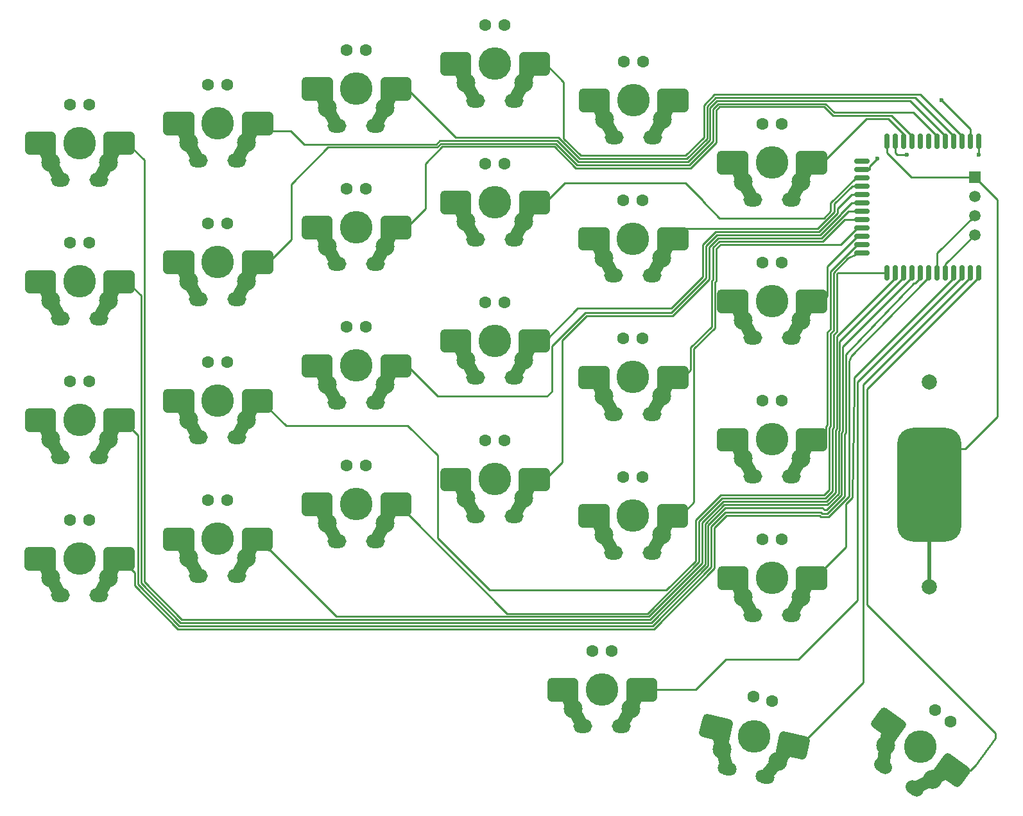
<source format=gtl>
G04*
G04 #@! TF.GenerationSoftware,Altium Limited,Altium Designer,23.0.1 (38)*
G04*
G04 Layer_Physical_Order=1*
G04 Layer_Color=255*
%FSLAX44Y44*%
%MOMM*%
G71*
G04*
G04 #@! TF.SameCoordinates,0B1D91C4-5DF2-49A7-A8E5-8765CD2E41FD*
G04*
G04*
G04 #@! TF.FilePolarity,Positive*
G04*
G01*
G75*
G04:AMPARAMS|DCode=11|XSize=0.7mm|YSize=2mm|CornerRadius=0.175mm|HoleSize=0mm|Usage=FLASHONLY|Rotation=270.000|XOffset=0mm|YOffset=0mm|HoleType=Round|Shape=RoundedRectangle|*
%AMROUNDEDRECTD11*
21,1,0.7000,1.6500,0,0,270.0*
21,1,0.3500,2.0000,0,0,270.0*
1,1,0.3500,-0.8250,-0.1750*
1,1,0.3500,-0.8250,0.1750*
1,1,0.3500,0.8250,0.1750*
1,1,0.3500,0.8250,-0.1750*
%
%ADD11ROUNDEDRECTD11*%
G04:AMPARAMS|DCode=12|XSize=0.7mm|YSize=2mm|CornerRadius=0.175mm|HoleSize=0mm|Usage=FLASHONLY|Rotation=0.000|XOffset=0mm|YOffset=0mm|HoleType=Round|Shape=RoundedRectangle|*
%AMROUNDEDRECTD12*
21,1,0.7000,1.6500,0,0,0.0*
21,1,0.3500,2.0000,0,0,0.0*
1,1,0.3500,0.1750,-0.8250*
1,1,0.3500,-0.1750,-0.8250*
1,1,0.3500,-0.1750,0.8250*
1,1,0.3500,0.1750,0.8250*
%
%ADD12ROUNDEDRECTD12*%
G04:AMPARAMS|DCode=13|XSize=15mm|YSize=8.5mm|CornerRadius=2.125mm|HoleSize=0mm|Usage=FLASHONLY|Rotation=90.000|XOffset=0mm|YOffset=0mm|HoleType=Round|Shape=RoundedRectangle|*
%AMROUNDEDRECTD13*
21,1,15.0000,4.2500,0,0,90.0*
21,1,10.7500,8.5000,0,0,90.0*
1,1,4.2500,2.1250,5.3750*
1,1,4.2500,2.1250,-5.3750*
1,1,4.2500,-2.1250,-5.3750*
1,1,4.2500,-2.1250,5.3750*
%
%ADD13ROUNDEDRECTD13*%
%ADD28C,1.7000*%
%ADD29C,1.1000*%
%ADD30C,0.2540*%
%ADD31C,0.5000*%
%ADD32C,1.6000*%
%ADD33C,1.0000*%
%ADD34C,4.3000*%
%ADD35C,2.0000*%
%ADD36C,2.5000*%
%ADD37O,2.5000X1.8000*%
G04:AMPARAMS|DCode=38|XSize=2.5mm|YSize=1.8mm|CornerRadius=0mm|HoleSize=0mm|Usage=FLASHONLY|Rotation=324.200|XOffset=0mm|YOffset=0mm|HoleType=Round|Shape=Round|*
%AMOVALD38*
21,1,0.7000,1.8000,0.0000,0.0000,324.2*
1,1,1.8000,-0.2839,0.2047*
1,1,1.8000,0.2839,-0.2047*
%
%ADD38OVALD38*%

G04:AMPARAMS|DCode=39|XSize=2.5mm|YSize=1.8mm|CornerRadius=0mm|HoleSize=0mm|Usage=FLASHONLY|Rotation=347.200|XOffset=0mm|YOffset=0mm|HoleType=Round|Shape=Round|*
%AMOVALD39*
21,1,0.7000,1.8000,0.0000,0.0000,347.2*
1,1,1.8000,-0.3413,0.0775*
1,1,1.8000,0.3413,-0.0775*
%
%ADD39OVALD39*%

%ADD40R,1.5000X1.5000*%
%ADD41C,1.5000*%
%ADD42C,0.6000*%
D11*
X1133754Y849497D02*
D03*
Y827497D02*
D03*
Y838497D02*
D03*
Y805497D02*
D03*
Y816497D02*
D03*
Y882497D02*
D03*
Y904497D02*
D03*
Y915497D02*
D03*
Y926497D02*
D03*
Y893497D02*
D03*
Y860497D02*
D03*
Y871497D02*
D03*
D12*
X1287754Y778997D02*
D03*
X1210754D02*
D03*
X1265754D02*
D03*
X1254754D02*
D03*
X1243754D02*
D03*
X1232754D02*
D03*
X1221754D02*
D03*
X1199754D02*
D03*
X1188754D02*
D03*
X1177754D02*
D03*
X1166754D02*
D03*
X1276754D02*
D03*
X1265754Y952997D02*
D03*
X1188754D02*
D03*
X1276754D02*
D03*
X1177754D02*
D03*
X1199754D02*
D03*
X1210754D02*
D03*
X1221754D02*
D03*
X1232754D02*
D03*
X1243754D02*
D03*
X1254754D02*
D03*
X1166754D02*
D03*
X1287754D02*
D03*
D13*
X1222500Y500000D02*
D03*
D28*
X687105Y847052D02*
X699805Y872452D01*
X598205D02*
X610905Y847052D01*
X674405Y823684D02*
X687105Y847052D01*
X610905D02*
X623605Y823684D01*
X428410Y996861D02*
X441110Y973493D01*
X491909D02*
X504609Y996861D01*
X415709Y1022261D02*
X428410Y996861D01*
X504609D02*
X517309Y1022261D01*
X869949Y981684D02*
X882649Y1007084D01*
X781049D02*
X793749Y981684D01*
X857249Y958316D02*
X869949Y981684D01*
X793749D02*
X806449Y958316D01*
X1161354Y129394D02*
X1164723Y155775D01*
X1202556Y99678D02*
X1226526Y111202D01*
X1164723Y155775D02*
X1169280Y183806D01*
X1226526Y111202D02*
X1251684Y124374D01*
X1022875Y134565D02*
X1040886Y156520D01*
X941811Y179030D02*
X948568Y151447D01*
X1005313Y114592D02*
X1022875Y134565D01*
X948568Y151447D02*
X955776Y125846D01*
X752400Y204600D02*
X765100Y181232D01*
X815900D02*
X828600Y204600D01*
X739700Y230000D02*
X752400Y204600D01*
X828600D02*
X841300Y230000D01*
X1052758Y351564D02*
X1065458Y376964D01*
X963858D02*
X976558Y351564D01*
X1040058Y328196D02*
X1052758Y351564D01*
X976558D02*
X989258Y328196D01*
X62930Y377324D02*
X75630Y353956D01*
X126430D02*
X139130Y377324D01*
X50230Y402724D02*
X62930Y377324D01*
X139130D02*
X151830Y402724D01*
X139186Y559953D02*
X151886Y585353D01*
X50286D02*
X62986Y559953D01*
X126486Y536585D02*
X139186Y559953D01*
X62986D02*
X75686Y536585D01*
X63043Y742582D02*
X75743Y719214D01*
X126543D02*
X139243Y742582D01*
X50343Y767982D02*
X63043Y742582D01*
X139243D02*
X151943Y767982D01*
X139299Y925211D02*
X151999Y950611D01*
X50399D02*
X63099Y925211D01*
X126599Y901843D02*
X139299Y925211D01*
X63099D02*
X75799Y901843D01*
X245560Y402999D02*
X258260Y379631D01*
X309060D02*
X321760Y402999D01*
X232860Y428399D02*
X245560Y402999D01*
X321760D02*
X334460Y428399D01*
X504400Y448974D02*
X517100Y474374D01*
X415500D02*
X428200Y448974D01*
X491700Y425606D02*
X504400Y448974D01*
X428200D02*
X440900Y425606D01*
X245600Y585629D02*
X258300Y562261D01*
X309100D02*
X321800Y585629D01*
X232900Y611029D02*
X245600Y585629D01*
X321800D02*
X334500Y611029D01*
X1052661Y534209D02*
X1065361Y559609D01*
X963761D02*
X976461Y534209D01*
X1039961Y510841D02*
X1052661Y534209D01*
X976461D02*
X989161Y510841D01*
X976517Y716838D02*
X989217Y693470D01*
X1040017D02*
X1052717Y716838D01*
X963817Y742238D02*
X976517Y716838D01*
X1052717D02*
X1065417Y742238D01*
X687048Y664423D02*
X699748Y689823D01*
X598148D02*
X610848Y664423D01*
X674348Y641055D02*
X687048Y664423D01*
X610848D02*
X623548Y641055D01*
X793489Y799055D02*
X806189Y775687D01*
X856989D02*
X869689Y799055D01*
X780789Y824455D02*
X793489Y799055D01*
X869689D02*
X882389Y824455D01*
X321900Y950887D02*
X334600Y976287D01*
X233000D02*
X245700Y950887D01*
X309200Y927519D02*
X321900Y950887D01*
X245700D02*
X258400Y927519D01*
X245700Y768258D02*
X258400Y744890D01*
X309200D02*
X321900Y768258D01*
X233000Y793658D02*
X245700Y768258D01*
X321900D02*
X334600Y793658D01*
X504553Y814232D02*
X517253Y839632D01*
X415653D02*
X428353Y814232D01*
X491853Y790864D02*
X504553Y814232D01*
X428353D02*
X441053Y790864D01*
X976452Y899467D02*
X989152Y876099D01*
X1039952D02*
X1052652Y899467D01*
X963752Y924867D02*
X976452Y899467D01*
X1052652D02*
X1065352Y924867D01*
X687161Y1029681D02*
X699861Y1055081D01*
X598261D02*
X610961Y1029681D01*
X674461Y1006313D02*
X687161Y1029681D01*
X610961D02*
X623661Y1006313D01*
X610792Y481794D02*
X623492Y458426D01*
X674292D02*
X686992Y481794D01*
X598092Y507194D02*
X610792Y481794D01*
X686992D02*
X699692Y507194D01*
X869633Y616426D02*
X882333Y641826D01*
X780733D02*
X793433Y616426D01*
X856933Y593058D02*
X869633Y616426D01*
X793433D02*
X806133Y593058D01*
X793377Y433797D02*
X806077Y410429D01*
X856877D02*
X869577Y433797D01*
X780677Y459197D02*
X793377Y433797D01*
X869577D02*
X882277Y459197D01*
X504497Y631603D02*
X517197Y657003D01*
X415597D02*
X428297Y631603D01*
X491797Y608235D02*
X504497Y631603D01*
X428297D02*
X440997Y608235D01*
D29*
X582005Y862452D02*
Y882452D01*
Y872452D02*
X598205D01*
X582005Y862452D02*
X606005D01*
X612005Y853452D02*
Y882452D01*
X582005D02*
X612005D01*
X716005Y862452D02*
Y882452D01*
X699805Y872452D02*
X716005D01*
X692005Y862452D02*
X716005D01*
X686005Y853452D02*
Y882452D01*
X716005D01*
X503509Y1032261D02*
X533509D01*
X503509Y1003261D02*
Y1032261D01*
X509510Y1012261D02*
X533509D01*
X517309Y1022261D02*
X533509D01*
Y1012261D02*
Y1032261D01*
X399510D02*
X429510D01*
Y1003261D02*
Y1032261D01*
X399510Y1012261D02*
X423509D01*
X399510Y1022261D02*
X415709D01*
X399510Y1012261D02*
Y1032261D01*
X764849Y997084D02*
Y1017084D01*
Y1007084D02*
X781049D01*
X764849Y997084D02*
X788849D01*
X794849Y988084D02*
Y1017084D01*
X764849D02*
X794849D01*
X898849Y997084D02*
Y1017084D01*
X882649Y1007084D02*
X898849D01*
X874849Y997084D02*
X898849D01*
X868849Y988084D02*
Y1017084D01*
X898849D01*
X1246341Y140557D02*
X1270673Y123008D01*
X1229378Y117036D02*
X1246341Y140557D01*
X1239509Y120826D02*
X1258974Y106787D01*
X1251684Y124374D02*
X1264824Y114897D01*
X1258974Y106787D02*
X1270673Y123008D01*
X1161991Y201392D02*
X1186323Y183844D01*
X1169359Y160323D02*
X1186323Y183844D01*
X1150292Y185171D02*
X1169757Y171132D01*
X1156141Y193282D02*
X1169280Y183806D01*
X1150292Y185171D02*
X1161991Y201392D01*
X923798Y172867D02*
X928229Y192370D01*
X926014Y182619D02*
X941811Y179030D01*
X923798Y172867D02*
X947202Y167550D01*
X951059Y157444D02*
X957484Y185724D01*
X928229Y192370D02*
X957484Y185724D01*
X1054468Y143180D02*
X1058899Y162683D01*
X1040886Y156520D02*
X1056684Y152931D01*
X1031065Y148497D02*
X1054468Y143180D01*
X1023220Y141050D02*
X1029645Y169329D01*
X1058899Y162683D01*
X827500Y240000D02*
X857500D01*
X827500Y211000D02*
Y240000D01*
X833500Y220000D02*
X857500D01*
X841300Y230000D02*
X857500D01*
Y220000D02*
Y240000D01*
X723500D02*
X753500D01*
Y211000D02*
Y240000D01*
X723500Y220000D02*
X747500D01*
X723500Y230000D02*
X739700D01*
X723500Y220000D02*
Y240000D01*
X947658Y366964D02*
Y386964D01*
Y376964D02*
X963858D01*
X947658Y366964D02*
X971658D01*
X977658Y357964D02*
Y386964D01*
X947658D02*
X977658D01*
X1081658Y366964D02*
Y386964D01*
X1065458Y376964D02*
X1081658D01*
X1057658Y366964D02*
X1081658D01*
X1051658Y357964D02*
Y386964D01*
X1081658D01*
X138030Y412724D02*
X168030D01*
X138030Y383724D02*
Y412724D01*
X144030Y392724D02*
X168030D01*
X151830Y402724D02*
X168030D01*
Y392724D02*
Y412724D01*
X34030D02*
X64030D01*
Y383724D02*
Y412724D01*
X34030Y392724D02*
X58030D01*
X34030Y402724D02*
X50230D01*
X34030Y392724D02*
Y412724D01*
X34086Y575353D02*
Y595353D01*
Y585353D02*
X50286D01*
X34086Y575353D02*
X58086D01*
X64086Y566353D02*
Y595353D01*
X34086D02*
X64086D01*
X168086Y575353D02*
Y595353D01*
X151886Y585353D02*
X168086D01*
X144086Y575353D02*
X168086D01*
X138086Y566353D02*
Y595353D01*
X168086D01*
X138143Y777982D02*
X168143D01*
X138143Y748982D02*
Y777982D01*
X144143Y757982D02*
X168143D01*
X151943Y767982D02*
X168143D01*
Y757982D02*
Y777982D01*
X34143D02*
X64143D01*
Y748982D02*
Y777982D01*
X34143Y757982D02*
X58143D01*
X34143Y767982D02*
X50343D01*
X34143Y757982D02*
Y777982D01*
X34199Y940611D02*
Y960611D01*
Y950611D02*
X50399D01*
X34199Y940611D02*
X58199D01*
X64199Y931611D02*
Y960611D01*
X34199D02*
X64199D01*
X168199Y940611D02*
Y960611D01*
X151999Y950611D02*
X168199D01*
X144199Y940611D02*
X168199D01*
X138199Y931611D02*
Y960611D01*
X168199D01*
X320660Y438399D02*
X350660D01*
X320660Y409399D02*
Y438399D01*
X326660Y418399D02*
X350660D01*
X334460Y428399D02*
X350660D01*
Y418399D02*
Y438399D01*
X216660D02*
X246660D01*
Y409399D02*
Y438399D01*
X216660Y418399D02*
X240660D01*
X216660Y428399D02*
X232860D01*
X216660Y418399D02*
Y438399D01*
X399300Y464374D02*
Y484374D01*
Y474374D02*
X415500D01*
X399300Y464374D02*
X423300D01*
X429300Y455373D02*
Y484374D01*
X399300D02*
X429300D01*
X533300Y464374D02*
Y484374D01*
X517100Y474374D02*
X533300D01*
X509300Y464374D02*
X533300D01*
X503300Y455373D02*
Y484374D01*
X533300D01*
X320700Y621029D02*
X350700D01*
X320700Y592029D02*
Y621029D01*
X326700Y601029D02*
X350700D01*
X334500Y611029D02*
X350700D01*
Y601029D02*
Y621029D01*
X216700D02*
X246700D01*
Y592029D02*
Y621029D01*
X216700Y601029D02*
X240700D01*
X216700Y611029D02*
X232900D01*
X216700Y601029D02*
Y621029D01*
X947561Y549609D02*
Y569609D01*
Y559609D02*
X963761D01*
X947561Y549609D02*
X971561D01*
X977561Y540609D02*
Y569609D01*
X947561D02*
X977561D01*
X1081561Y549609D02*
Y569609D01*
X1065361Y559609D02*
X1081561D01*
X1057561Y549609D02*
X1081561D01*
X1051561Y540609D02*
Y569609D01*
X1081561D01*
X1051617Y752238D02*
X1081617D01*
X1051617Y723238D02*
Y752238D01*
X1057617Y732238D02*
X1081617D01*
X1065417Y742238D02*
X1081617D01*
Y732238D02*
Y752238D01*
X947617D02*
X977617D01*
Y723238D02*
Y752238D01*
X947617Y732238D02*
X971617D01*
X947617Y742238D02*
X963817D01*
X947617Y732238D02*
Y752238D01*
X581948Y679823D02*
Y699823D01*
Y689823D02*
X598148D01*
X581948Y679823D02*
X605948D01*
X611948Y670823D02*
Y699823D01*
X581948D02*
X611948D01*
X715948Y679823D02*
Y699823D01*
X699748Y689823D02*
X715948D01*
X691948Y679823D02*
X715948D01*
X685948Y670823D02*
Y699823D01*
X715948D01*
X868589Y834455D02*
X898589D01*
X868589Y805455D02*
Y834455D01*
X874589Y814455D02*
X898589D01*
X882389Y824455D02*
X898589D01*
Y814455D02*
Y834455D01*
X764589D02*
X794589D01*
Y805455D02*
Y834455D01*
X764589Y814455D02*
X788589D01*
X764589Y824455D02*
X780789D01*
X764589Y814455D02*
Y834455D01*
X216800Y966287D02*
Y986287D01*
Y976287D02*
X233000D01*
X216800Y966287D02*
X240800D01*
X246800Y957287D02*
Y986287D01*
X216800D02*
X246800D01*
X350800Y966287D02*
Y986287D01*
X334600Y976287D02*
X350800D01*
X326800Y966287D02*
X350800D01*
X320800Y957287D02*
Y986287D01*
X350800D01*
X320800Y803658D02*
X350800D01*
X320800Y774658D02*
Y803658D01*
X326800Y783658D02*
X350800D01*
X334600Y793658D02*
X350800D01*
Y783658D02*
Y803658D01*
X216800D02*
X246800D01*
Y774658D02*
Y803658D01*
X216800Y783658D02*
X240800D01*
X216800Y793658D02*
X233000D01*
X216800Y783658D02*
Y803658D01*
X399453Y829632D02*
Y849632D01*
Y839632D02*
X415653D01*
X399453Y829632D02*
X423453D01*
X429453Y820632D02*
Y849632D01*
X399453D02*
X429453D01*
X533453Y829632D02*
Y849632D01*
X517253Y839632D02*
X533453D01*
X509453Y829632D02*
X533453D01*
X503453Y820632D02*
Y849632D01*
X533453D01*
X1051552Y934867D02*
X1081552D01*
X1051552Y905867D02*
Y934867D01*
X1057552Y914867D02*
X1081552D01*
X1065352Y924867D02*
X1081552D01*
Y914867D02*
Y934867D01*
X947552D02*
X977552D01*
Y905867D02*
Y934867D01*
X947552Y914867D02*
X971552D01*
X947552Y924867D02*
X963752D01*
X947552Y914867D02*
Y934867D01*
X582061Y1045081D02*
Y1065081D01*
Y1055081D02*
X598261D01*
X582061Y1045081D02*
X606061D01*
X612061Y1036081D02*
Y1065081D01*
X582061D02*
X612061D01*
X716061Y1045081D02*
Y1065081D01*
X699861Y1055081D02*
X716061D01*
X692061Y1045081D02*
X716061D01*
X686061Y1036081D02*
Y1065081D01*
X716061D01*
X685892Y517194D02*
X715892D01*
X685892Y488194D02*
Y517194D01*
X691892Y497194D02*
X715892D01*
X699692Y507194D02*
X715892D01*
Y497194D02*
Y517194D01*
X581892D02*
X611892D01*
Y488194D02*
Y517194D01*
X581892Y497194D02*
X605892D01*
X581892Y507194D02*
X598092D01*
X581892Y497194D02*
Y517194D01*
X764533Y631826D02*
Y651826D01*
Y641826D02*
X780733D01*
X764533Y631826D02*
X788533D01*
X794533Y622826D02*
Y651826D01*
X764533D02*
X794533D01*
X898533Y631826D02*
Y651826D01*
X882333Y641826D02*
X898533D01*
X874533Y631826D02*
X898533D01*
X868533Y622826D02*
Y651826D01*
X898533D01*
X868477Y469197D02*
X898477D01*
X868477Y440197D02*
Y469197D01*
X874477Y449197D02*
X898477D01*
X882277Y459197D02*
X898477D01*
Y449197D02*
Y469197D01*
X764477D02*
X794477D01*
Y440197D02*
Y469197D01*
X764477Y449197D02*
X788477D01*
X764477Y459197D02*
X780677D01*
X764477Y449197D02*
Y469197D01*
X399397Y647003D02*
Y667003D01*
Y657003D02*
X415597D01*
X399397Y647003D02*
X423397D01*
X429397Y638003D02*
Y667003D01*
X399397D02*
X429397D01*
X533397Y647003D02*
Y667003D01*
X517197Y657003D02*
X533397D01*
X509397Y647003D02*
X533397D01*
X503397Y638003D02*
Y667003D01*
X533397D01*
D30*
X342520Y966287D02*
X350800D01*
X380169D01*
X1058033Y154281D02*
Y158871D01*
X171142Y760982D02*
X182452Y749672D01*
X346660Y418400D02*
X348660Y416400D01*
X351366Y413694D01*
X529563Y460636D02*
X530532Y459668D01*
X529044Y461155D02*
Y464374D01*
Y461155D02*
X529563Y460636D01*
X530532Y459668D02*
X533300D01*
X535321D01*
X1081561Y561628D02*
X1085552Y565619D01*
X1085984Y569609D02*
Y576716D01*
Y566051D02*
Y569609D01*
X1085552Y565619D02*
X1085984Y566051D01*
X898476Y463453D02*
X901349Y466324D01*
X911821Y476797D01*
X880189Y820055D02*
X883489Y823355D01*
X894589Y834455D02*
X896589Y836455D01*
X897500Y837366D02*
X898589D01*
X883489Y823355D02*
X884589Y824455D01*
X896589Y836455D02*
X897500Y837366D01*
X716004Y872452D02*
X741302Y897749D01*
X1143752Y915497D02*
Y919934D01*
X1180139Y935000D02*
X1192500D01*
X1177755Y937385D02*
X1180139Y935000D01*
X171199Y943611D02*
X186516Y928293D01*
X894220Y459197D02*
X896348Y461325D01*
X898589Y837366D02*
X1075114D01*
X1177755Y937385D02*
Y952997D01*
X884589Y824455D02*
X894589Y834455D01*
X874589Y814455D02*
X880189Y820055D01*
X1085984Y564032D02*
Y566051D01*
X948892Y482251D02*
X1085266D01*
X1094112Y491097D01*
X664989Y330000D02*
X850342D01*
X1101591Y778997D02*
X1166754D01*
X918360Y451718D02*
X948892Y482251D01*
X1094112Y573350D02*
X1096040Y575277D01*
X1100104Y701667D02*
Y777509D01*
X1096040Y575277D02*
Y697604D01*
X535321Y459668D02*
X664989Y330000D01*
X1096040Y697604D02*
X1100104Y701667D01*
X850342Y330000D02*
X918360Y398017D01*
X1100104Y777509D02*
X1101591Y778997D01*
X918360Y398017D02*
Y451718D01*
X1094112Y491097D02*
Y573350D01*
X1222500Y500000D02*
Y508498D01*
X1261073Y547071D01*
X1269571D01*
X1312500Y590000D01*
Y875800D01*
X1282500Y905800D02*
X1312500Y875800D01*
X1075114Y837366D02*
X1097478Y859730D01*
Y870340D02*
X1120635Y893497D01*
X350700Y601029D02*
X373951Y577778D01*
X534152D01*
X573522Y538408D01*
Y429950D02*
Y538408D01*
Y429950D02*
X642432Y361040D01*
X875635D01*
X914136Y399541D01*
Y453242D01*
X947208Y486315D01*
X1083582D01*
X1090048Y492780D01*
Y575033D01*
X1091976Y576960D01*
Y699286D01*
X1096040Y703351D01*
Y779534D01*
X1114924Y798419D01*
X1125505Y803747D01*
X1133755Y805497D01*
X168086Y575353D02*
X178388Y565051D01*
Y368366D02*
Y565051D01*
Y368366D02*
X233011Y313744D01*
X857076D01*
X934615Y391284D01*
Y444984D01*
X952752Y463121D01*
X1079518D01*
X1080709Y461931D01*
X1087935D01*
X1110716Y484711D01*
Y566964D01*
X1112296Y568544D01*
Y671411D01*
X1202228Y765510D01*
X1203767D01*
X1210754Y772497D01*
Y774430D01*
X1081658Y386964D02*
X1112296Y417602D01*
Y474796D01*
X1119680Y482180D01*
X1120424Y482924D01*
X1123436Y627155D01*
Y641178D01*
X1254755Y772497D01*
Y778997D01*
X857500Y230000D02*
X914539D01*
X954224Y269685D01*
X1049694D01*
X1127500Y347491D01*
Y635316D01*
X1265754Y773570D01*
Y778997D01*
X1058899Y162683D02*
X1058937Y162645D01*
X1135000Y238708D01*
Y631816D01*
X1276755Y773571D01*
Y778997D01*
X1287754Y773570D02*
Y778997D01*
X1140000Y625816D02*
X1287754Y773570D01*
X1140000Y341948D02*
Y625816D01*
Y341948D02*
X1309914Y172034D01*
Y166064D02*
Y172034D01*
X1308380Y164530D02*
X1309914Y166064D01*
X1283420Y129922D02*
X1308380Y164530D01*
X1283420Y129549D02*
Y129922D01*
X1276880Y123008D02*
X1283420Y129549D01*
X1270674Y123008D02*
X1276880D01*
X1133755Y915497D02*
X1143752D01*
Y919934D02*
X1153658Y929840D01*
X1243754Y778997D02*
Y790854D01*
X1282500Y829600D01*
X1232755Y778997D02*
Y805255D01*
X1282500Y855000D01*
X1198506Y905800D02*
X1282500D01*
X1166754Y937552D02*
X1198506Y905800D01*
X1166754Y937552D02*
Y952997D01*
X1287627Y935127D02*
Y952870D01*
X1287754Y952997D01*
X741302Y897749D02*
X900610D01*
X923071Y875289D01*
Y874033D02*
Y875289D01*
Y874033D02*
X945531Y851573D01*
X1083573D01*
X1092300Y860300D01*
Y871242D01*
X1125556Y904497D01*
X1133755D01*
X1120635Y893497D02*
X1133755D01*
X1097478Y859730D02*
Y870340D01*
X715949Y689823D02*
X758803Y732677D01*
X882126D01*
X923553Y774104D01*
Y816479D01*
X940274Y833199D01*
X1076694D01*
X1101542Y858047D01*
Y864094D01*
X1119945Y882497D01*
X1133755D01*
X533397Y657003D02*
X573871Y616529D01*
X717969D01*
X724242Y622802D01*
Y682598D01*
X768481Y726836D01*
X882033D01*
X927617Y772421D01*
Y814796D01*
X941957Y829135D01*
X1078377D01*
X1105606Y856363D01*
Y857158D01*
X1119945Y871497D01*
X1133755D01*
X715892Y507193D02*
X738148Y529449D01*
Y690756D01*
X770164Y722772D01*
X883716D01*
X931681Y770738D01*
Y813112D01*
X943640Y825071D01*
X1080061D01*
X1115486Y860497D01*
X1133755D01*
X898533Y641826D02*
X907757Y651050D01*
Y680774D01*
X935260Y708277D01*
Y768569D01*
X937259Y770568D01*
Y812943D01*
X945324Y821007D01*
X1081744D01*
X1110234Y849497D01*
X1133755D01*
X896348Y461325D02*
X898476Y459197D01*
X911821Y679090D02*
X939324Y706594D01*
Y766885D01*
X941323Y811259D02*
X947007Y816943D01*
X1105701D01*
X1127255Y838497D01*
X1133755D01*
X911821Y476797D02*
Y679090D01*
X939324Y766885D02*
X941323Y768885D01*
Y811259D01*
X1081618Y742238D02*
Y742571D01*
X1087912Y748865D02*
Y788154D01*
X1127255Y827497D01*
X1133755D01*
X1081618Y742571D02*
X1087912Y748865D01*
X1081561Y559609D02*
X1085984Y564032D01*
Y576716D02*
X1087912Y578644D01*
X1091976Y705034D02*
Y781218D01*
X1087912Y700970D02*
X1091976Y705034D01*
X1087912Y578644D02*
Y700970D01*
X1091976Y781218D02*
X1127255Y816497D01*
X1133755D01*
X350700Y611029D02*
Y621029D01*
X950576Y478187D02*
X1086949D01*
X1100104Y695106D02*
X1177755Y772757D01*
X852026Y325936D02*
X922423Y396334D01*
X1086949Y478187D02*
X1098524Y489761D01*
Y572014D02*
X1100104Y573594D01*
X922423Y396334D02*
Y450035D01*
X1177755Y772757D02*
Y778997D01*
X440439Y325936D02*
X852026D01*
X351366Y413694D02*
X352681D01*
X1098524Y489761D02*
Y572014D01*
X1100104Y573594D02*
Y695106D01*
X352681Y413694D02*
X440439Y325936D01*
X922423Y450035D02*
X950576Y478187D01*
X186516Y371733D02*
Y928293D01*
Y371733D02*
X236377Y321872D01*
X853709D01*
X926488Y394651D01*
Y448351D01*
X951541Y473404D01*
X1087914D01*
X1102588Y488078D01*
Y570331D01*
X1104168Y571910D01*
Y688984D01*
X1188754Y773570D01*
Y778997D01*
X182452Y370049D02*
Y749672D01*
Y370049D02*
X234694Y317808D01*
X855392D01*
X930552Y392967D01*
Y446668D01*
X953224Y469340D01*
X1080976D01*
X1084534Y467084D01*
X1085200Y467047D01*
X1087304D01*
X1106652Y486394D01*
Y568647D01*
X1108232Y570227D01*
Y682048D01*
X1199754Y773571D01*
Y778997D01*
X168086Y575353D02*
Y585353D01*
X1219073Y770890D02*
Y776724D01*
X1214408Y766224D02*
X1219073Y770890D01*
X1119371Y668948D02*
X1214408Y766224D01*
X1116360Y662549D02*
X1119371Y668948D01*
X1116360Y484608D02*
Y662549D01*
X1089619Y457867D02*
X1116360Y484608D01*
X1079025Y457867D02*
X1089619D01*
X1077835Y459057D02*
X1079025Y457867D01*
X954436Y459057D02*
X1077835D01*
X938680Y443301D02*
X954436Y459057D01*
X938680Y389600D02*
Y443301D01*
X858759Y309680D02*
X938680Y389600D01*
X231327Y309680D02*
X858759D01*
X174324Y366683D02*
X231327Y309680D01*
X174324Y366683D02*
Y383745D01*
X168030Y390039D02*
X174324Y383745D01*
X168030Y390039D02*
Y392724D01*
Y402724D01*
X1056684Y152931D02*
X1058033Y154281D01*
X1238702Y1007084D02*
X1276755Y969032D01*
Y952997D02*
Y969032D01*
X716061Y1055082D02*
X740158Y1030984D01*
Y956460D02*
Y1030984D01*
Y956460D02*
X762828Y933791D01*
X900870D01*
X925002Y957923D01*
Y1000622D01*
X938797Y1014417D01*
X1210834D01*
X1265754Y959497D01*
Y952997D02*
Y959497D01*
X533509Y1022261D02*
X597832Y957938D01*
X732932D01*
X761144Y929726D01*
X902554D01*
X929066Y956239D01*
Y998938D01*
X940481Y1010353D01*
X1203898D01*
X1254755Y959497D01*
Y952997D02*
Y959497D01*
X380169Y966287D02*
X397488Y948968D01*
X571710D01*
X576617Y953874D01*
X731249D01*
X759461Y925663D01*
X904237D01*
X933130Y954556D01*
Y997255D01*
X942164Y1006289D01*
X1196962D01*
X1243754Y959497D01*
Y952997D02*
Y959497D01*
X350800Y793658D02*
X380438Y823296D01*
Y895932D01*
X429409Y944903D01*
X573393D01*
X578300Y949810D01*
X729566D01*
X757778Y921599D01*
X905920D01*
X937194Y952872D01*
Y995572D01*
X943847Y1002225D01*
X1085257D01*
X1096654Y990828D01*
X1201423D01*
X1232755Y959497D01*
Y952997D02*
Y959497D01*
X533453Y839632D02*
X557432Y863610D01*
Y923195D01*
X579983Y945746D01*
X727882D01*
X756094Y917534D01*
X907604D01*
X941258Y951189D01*
Y993888D01*
X945531Y998161D01*
X1083573D01*
X1094970Y986764D01*
X1172487D01*
X1199754Y959497D01*
Y952997D02*
Y959497D01*
X1081552Y924867D02*
X1139385Y982700D01*
X1167994D01*
X1188754Y961940D01*
Y952997D02*
Y961940D01*
D31*
X1222500Y365000D02*
Y500000D01*
D32*
X636305Y923252D02*
D03*
X661705D02*
D03*
X479210Y1073061D02*
D03*
X453810D02*
D03*
X819149Y1057884D02*
D03*
X844549D02*
D03*
X1250499Y187863D02*
D03*
X1229898Y202721D02*
D03*
X990219Y220126D02*
D03*
X1014988Y214499D02*
D03*
X803200Y280800D02*
D03*
X777800D02*
D03*
X1001958Y427764D02*
D03*
X1027358D02*
D03*
X113730Y453524D02*
D03*
X88330D02*
D03*
X88386Y636153D02*
D03*
X113786D02*
D03*
X113843Y818782D02*
D03*
X88443D02*
D03*
X88499Y1001412D02*
D03*
X113899D02*
D03*
X296360Y479199D02*
D03*
X270960D02*
D03*
X453600Y525173D02*
D03*
X479000D02*
D03*
X296400Y661829D02*
D03*
X271000D02*
D03*
X1001861Y610409D02*
D03*
X1027261D02*
D03*
X1027317Y793038D02*
D03*
X1001917D02*
D03*
X636248Y740623D02*
D03*
X661648D02*
D03*
X844289Y875255D02*
D03*
X818889D02*
D03*
X271100Y1027087D02*
D03*
X296500D02*
D03*
Y844458D02*
D03*
X271100D02*
D03*
X453753Y890432D02*
D03*
X479153D02*
D03*
X1027252Y975667D02*
D03*
X1001852D02*
D03*
X636361Y1105881D02*
D03*
X661761D02*
D03*
X661592Y557994D02*
D03*
X636192D02*
D03*
X818833Y692626D02*
D03*
X844233D02*
D03*
X844177Y509997D02*
D03*
X818777D02*
D03*
X453697Y707803D02*
D03*
X479097D02*
D03*
D33*
X716005Y862452D02*
D03*
Y882452D02*
D03*
Y872452D02*
D03*
X582005D02*
D03*
Y862452D02*
D03*
Y882452D02*
D03*
X399510Y1032261D02*
D03*
Y1012261D02*
D03*
Y1022261D02*
D03*
X533509D02*
D03*
Y1032261D02*
D03*
Y1012261D02*
D03*
X898849Y997084D02*
D03*
Y1017084D02*
D03*
Y1007084D02*
D03*
X764849D02*
D03*
Y997084D02*
D03*
Y1017084D02*
D03*
X1161991Y201392D02*
D03*
X1150292Y185171D02*
D03*
X1156141Y193282D02*
D03*
X1264824Y114897D02*
D03*
X1270673Y123008D02*
D03*
X1258974Y106787D02*
D03*
X1054468Y143180D02*
D03*
X1058899Y162683D02*
D03*
X1056684Y152931D02*
D03*
X926014Y182619D02*
D03*
X923798Y172867D02*
D03*
X928229Y192370D02*
D03*
X723500Y240000D02*
D03*
Y220000D02*
D03*
Y230000D02*
D03*
X857500D02*
D03*
Y240000D02*
D03*
Y220000D02*
D03*
X1081658Y366964D02*
D03*
Y386964D02*
D03*
Y376964D02*
D03*
X947658D02*
D03*
Y366964D02*
D03*
Y386964D02*
D03*
X34030Y412724D02*
D03*
Y392724D02*
D03*
Y402724D02*
D03*
X168030D02*
D03*
Y412724D02*
D03*
Y392724D02*
D03*
X168086Y575353D02*
D03*
Y595353D02*
D03*
Y585353D02*
D03*
X34086D02*
D03*
Y575353D02*
D03*
Y595353D02*
D03*
X34143Y777982D02*
D03*
Y757982D02*
D03*
Y767982D02*
D03*
X168143D02*
D03*
Y777982D02*
D03*
Y757982D02*
D03*
X168199Y940611D02*
D03*
Y960611D02*
D03*
Y950611D02*
D03*
X34199D02*
D03*
Y940611D02*
D03*
Y960611D02*
D03*
X216660Y438399D02*
D03*
Y418399D02*
D03*
Y428399D02*
D03*
X350660D02*
D03*
Y438399D02*
D03*
Y418399D02*
D03*
X533300Y464374D02*
D03*
Y484374D02*
D03*
Y474374D02*
D03*
X399300D02*
D03*
Y464374D02*
D03*
Y484374D02*
D03*
X216700Y621029D02*
D03*
Y601029D02*
D03*
Y611029D02*
D03*
X350700D02*
D03*
Y621029D02*
D03*
Y601029D02*
D03*
X1081561Y549609D02*
D03*
Y569609D02*
D03*
Y559609D02*
D03*
X947561D02*
D03*
Y549609D02*
D03*
Y569609D02*
D03*
X947617Y752238D02*
D03*
Y732238D02*
D03*
Y742238D02*
D03*
X1081617D02*
D03*
Y752238D02*
D03*
Y732238D02*
D03*
X715948Y679823D02*
D03*
Y699823D02*
D03*
Y689823D02*
D03*
X581948D02*
D03*
Y679823D02*
D03*
Y699823D02*
D03*
X764589Y834455D02*
D03*
Y814455D02*
D03*
Y824455D02*
D03*
X898589D02*
D03*
Y834455D02*
D03*
Y814455D02*
D03*
X350800Y966287D02*
D03*
Y986287D02*
D03*
Y976287D02*
D03*
X216800D02*
D03*
Y966287D02*
D03*
Y986287D02*
D03*
Y803658D02*
D03*
Y783658D02*
D03*
Y793658D02*
D03*
X350800D02*
D03*
Y803658D02*
D03*
Y783658D02*
D03*
X533453Y829632D02*
D03*
Y849632D02*
D03*
Y839632D02*
D03*
X399453D02*
D03*
Y829632D02*
D03*
Y849632D02*
D03*
X947552Y934867D02*
D03*
Y914867D02*
D03*
Y924867D02*
D03*
X1081552D02*
D03*
Y934867D02*
D03*
Y914867D02*
D03*
X716061Y1045081D02*
D03*
Y1065081D02*
D03*
Y1055081D02*
D03*
X582061D02*
D03*
Y1045081D02*
D03*
Y1065081D02*
D03*
X581892Y517194D02*
D03*
Y497194D02*
D03*
Y507194D02*
D03*
X715892D02*
D03*
Y517194D02*
D03*
Y497194D02*
D03*
X898533Y631826D02*
D03*
Y651826D02*
D03*
Y641826D02*
D03*
X764533D02*
D03*
Y631826D02*
D03*
Y651826D02*
D03*
X764477Y469197D02*
D03*
Y449197D02*
D03*
Y459197D02*
D03*
X898477D02*
D03*
Y469197D02*
D03*
Y449197D02*
D03*
X533397Y647003D02*
D03*
Y667003D02*
D03*
Y657003D02*
D03*
X399397D02*
D03*
Y647003D02*
D03*
Y667003D02*
D03*
D34*
X649005Y872452D02*
D03*
X466510Y1022261D02*
D03*
X831849Y1007084D02*
D03*
X1210482Y154090D02*
D03*
X991349Y167775D02*
D03*
X790500Y230000D02*
D03*
X1014658Y376964D02*
D03*
X101030Y402724D02*
D03*
X101086Y585353D02*
D03*
X101143Y767982D02*
D03*
X101199Y950611D02*
D03*
X283660Y428399D02*
D03*
X466300Y474374D02*
D03*
X283700Y611029D02*
D03*
X1014561Y559609D02*
D03*
X1014617Y742238D02*
D03*
X648948Y689823D02*
D03*
X831589Y824455D02*
D03*
X283800Y976287D02*
D03*
Y793658D02*
D03*
X466453Y839632D02*
D03*
X1014552Y924867D02*
D03*
X649061Y1055081D02*
D03*
X648892Y507194D02*
D03*
X831533Y641826D02*
D03*
X831477Y459197D02*
D03*
X466397Y657003D02*
D03*
D35*
X699805Y872452D02*
D03*
X598205D02*
D03*
X415709Y1022261D02*
D03*
X517309D02*
D03*
X882649Y1007084D02*
D03*
X781049D02*
D03*
X1169280Y183806D02*
D03*
X1251684Y124374D02*
D03*
X1040886Y156520D02*
D03*
X941811Y179030D02*
D03*
X739700Y230000D02*
D03*
X841300D02*
D03*
X1065458Y376964D02*
D03*
X963858D02*
D03*
X50230Y402724D02*
D03*
X151830D02*
D03*
X151886Y585353D02*
D03*
X50286D02*
D03*
X50343Y767982D02*
D03*
X151943D02*
D03*
X151999Y950611D02*
D03*
X50399D02*
D03*
X232860Y428399D02*
D03*
X334460D02*
D03*
X517100Y474374D02*
D03*
X415500D02*
D03*
X232900Y611029D02*
D03*
X334500D02*
D03*
X1065361Y559609D02*
D03*
X963761D02*
D03*
X963817Y742238D02*
D03*
X1065417D02*
D03*
X699748Y689823D02*
D03*
X598148D02*
D03*
X780789Y824455D02*
D03*
X882389D02*
D03*
X334600Y976287D02*
D03*
X233000D02*
D03*
Y793658D02*
D03*
X334600D02*
D03*
X517253Y839632D02*
D03*
X415653D02*
D03*
X963752Y924867D02*
D03*
X1065352D02*
D03*
X699861Y1055081D02*
D03*
X598261D02*
D03*
X598092Y507194D02*
D03*
X699692D02*
D03*
X882333Y641826D02*
D03*
X780733D02*
D03*
X780677Y459197D02*
D03*
X882277D02*
D03*
X517197Y657003D02*
D03*
X415597D02*
D03*
X1222500Y635000D02*
D03*
Y365000D02*
D03*
D36*
X687105Y847052D02*
D03*
X610905D02*
D03*
X428410Y996861D02*
D03*
X504609D02*
D03*
X869949Y981684D02*
D03*
X793749D02*
D03*
X1164723Y155775D02*
D03*
X1226526Y111202D02*
D03*
X1022875Y134565D02*
D03*
X948568Y151447D02*
D03*
X752400Y204600D02*
D03*
X828600D02*
D03*
X1052758Y351564D02*
D03*
X976558D02*
D03*
X62930Y377324D02*
D03*
X139130D02*
D03*
X139186Y559953D02*
D03*
X62986D02*
D03*
X63043Y742582D02*
D03*
X139243D02*
D03*
X139299Y925211D02*
D03*
X63099D02*
D03*
X245560Y402999D02*
D03*
X321760D02*
D03*
X504400Y448974D02*
D03*
X428200D02*
D03*
X245600Y585629D02*
D03*
X321800D02*
D03*
X1052661Y534209D02*
D03*
X976461D02*
D03*
X976517Y716838D02*
D03*
X1052717D02*
D03*
X687048Y664423D02*
D03*
X610848D02*
D03*
X793489Y799055D02*
D03*
X869689D02*
D03*
X321900Y950887D02*
D03*
X245700D02*
D03*
Y768258D02*
D03*
X321900D02*
D03*
X504553Y814232D02*
D03*
X428353D02*
D03*
X976452Y899467D02*
D03*
X1052652D02*
D03*
X687161Y1029681D02*
D03*
X610961D02*
D03*
X610792Y481794D02*
D03*
X686992D02*
D03*
X869633Y616426D02*
D03*
X793433D02*
D03*
X793377Y433797D02*
D03*
X869577D02*
D03*
X504497Y631603D02*
D03*
X428297D02*
D03*
D37*
X623605Y823684D02*
D03*
X674405D02*
D03*
X491909Y973493D02*
D03*
X441110D02*
D03*
X806449Y958316D02*
D03*
X857249D02*
D03*
X815900Y181232D02*
D03*
X765100D02*
D03*
X989258Y328196D02*
D03*
X1040058D02*
D03*
X126430Y353956D02*
D03*
X75630D02*
D03*
X75686Y536585D02*
D03*
X126486D02*
D03*
X126543Y719214D02*
D03*
X75743D02*
D03*
X75799Y901843D02*
D03*
X126599D02*
D03*
X309060Y379631D02*
D03*
X258260D02*
D03*
X440900Y425606D02*
D03*
X491700D02*
D03*
X309100Y562261D02*
D03*
X258300D02*
D03*
X989161Y510841D02*
D03*
X1039961D02*
D03*
X1040017Y693470D02*
D03*
X989217D02*
D03*
X623548Y641055D02*
D03*
X674348D02*
D03*
X856989Y775687D02*
D03*
X806189D02*
D03*
X258400Y927519D02*
D03*
X309200D02*
D03*
Y744890D02*
D03*
X258400D02*
D03*
X441053Y790864D02*
D03*
X491853D02*
D03*
X1039952Y876099D02*
D03*
X989152D02*
D03*
X623661Y1006313D02*
D03*
X674461D02*
D03*
X674292Y458426D02*
D03*
X623492D02*
D03*
X806133Y593058D02*
D03*
X856933D02*
D03*
X856877Y410429D02*
D03*
X806077D02*
D03*
X440997Y608235D02*
D03*
X491797D02*
D03*
D38*
X1202556Y99678D02*
D03*
X1161354Y129394D02*
D03*
D39*
X955776Y125846D02*
D03*
X1005313Y114592D02*
D03*
D40*
X1282500Y905800D02*
D03*
D41*
Y880400D02*
D03*
Y855000D02*
D03*
Y829600D02*
D03*
D42*
X1192500Y935000D02*
D03*
X1287564Y935063D02*
D03*
X1153658Y929840D02*
D03*
X1238702Y1007084D02*
D03*
M02*

</source>
